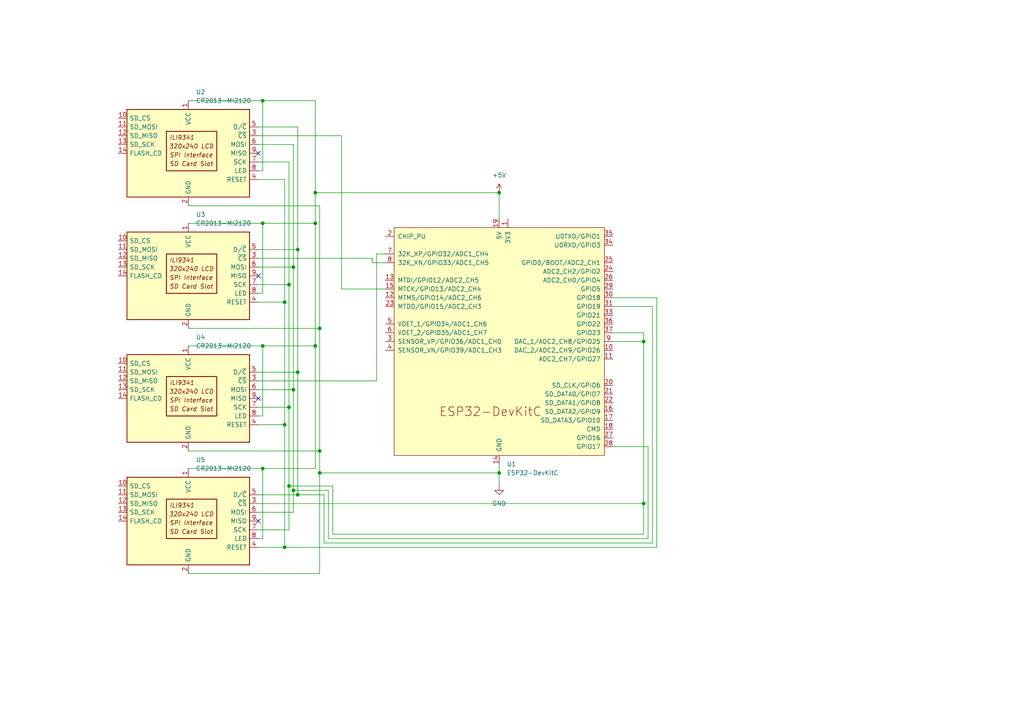
<source format=kicad_sch>
(kicad_sch (version 20231120) (generator "eeschema") (generator_version "8.0")
  (paper "A4")
  (lib_symbols
    (symbol "Driver_Display:CR2013-MI2120" (pin_names (offset 0.762))
      (property "Reference" "U" (at -17.526 13.97 0))
      (property "Value" "CR2013-MI2120" (at 1.905 13.97 0))
      (symbol "CR2013-MI2120_0_0"
        (text "320x240 LCD" (at 0.889 2.032 0) (effects (font (size 1.27 1.27) (italic yes))))
        (text "ILI9341" (at -5.461 4.572 0) (effects (font (size 1.27 1.27) (italic yes)) (justify left)))
        (text "SD Card Slot" (at -5.461 -3.048 0) (effects (font (size 1.27 1.27) (italic yes)) (justify left)))
        (text "SPI Interface" (at -5.461 -0.508 0) (effects (font (size 1.27 1.27) (italic yes)) (justify left)))
      )
      (symbol "CR2013-MI2120_0_1"
        (rectangle (start -17.78 12.7) (end 17.78 -12.7) (stroke (width 0.254)) (fill (type background)))
        (rectangle (start -6.35 6.35) (end 8.255 -5.08) (stroke (width 0.254)))
      )
      (symbol "CR2013-MI2120_1_1"
        (pin power_in line (at 0 15.24 270) (length 2.54) (name "VCC") (number "1"))
        (pin input line (at -20.32 10.16 0) (length 2.54) (name "SD_CS") (number "10"))
        (pin input line (at -20.32 7.62 0) (length 2.54) (name "SD_MOSI") (number "11"))
        (pin output line (at -20.32 5.08 0) (length 2.54) (name "SD_MISO") (number "12"))
        (pin input line (at -20.32 2.54 0) (length 2.54) (name "SD_SCK") (number "13"))
        (pin input line (at -20.32 0 0) (length 2.54) (name "FLASH_CD") (number "14"))
        (pin power_in line (at 0 -15.24 90) (length 2.54) (name "GND") (number "2"))
        (pin input line (at 20.32 5.08 180) (length 2.54) (name "~{CS}") (number "3"))
        (pin input line (at 20.32 -7.62 180) (length 2.54) (name "RESET") (number "4"))
        (pin input line (at 20.32 7.62 180) (length 2.54) (name "D/~{C}") (number "5"))
        (pin input line (at 20.32 2.54 180) (length 2.54) (name "MOSI") (number "6"))
        (pin input line (at 20.32 -2.54 180) (length 2.54) (name "SCK") (number "7"))
        (pin input line (at 20.32 -5.08 180) (length 2.54) (name "LED") (number "8"))
        (pin output line (at 20.32 0 180) (length 2.54) (name "MISO") (number "9"))
      )
    )
    (symbol "PCM_Espressif:ESP32-DevKitC" (pin_names (offset 1.016))
      (property "Reference" "U" (at -30.48 38.1 0))
      (property "Value" "ESP32-DevKitC" (at -30.48 35.56 0))
      (symbol "ESP32-DevKitC_0_0"
        (text "ESP32-DevKitC" (at -2.54 -20.32 0) (effects (font (size 2.54 2.54))))
        (pin power_in line (at 0 -35.56 90) (length 2.54) (name "GND") (number "14"))
        (pin power_in line (at 0 35.56 270) (length 2.54) (name "5V") (number "19"))
      )
      (symbol "ESP32-DevKitC_0_1"
        (rectangle (start -30.48 33.02) (end 30.48 -33.02) (fill (type background)))
      )
      (symbol "ESP32-DevKitC_1_1"
        (pin power_in line (at 2.54 35.56 270) (length 2.54) (name "3V3") (number "1"))
        (pin bidirectional line (at 33.02 -2.54 180) (length 2.54) (name "DAC_2/ADC2_CH9/GPIO26") (number "10"))
        (pin bidirectional line (at 33.02 -5.08 180) (length 2.54) (name "ADC2_CH7/GPIO27") (number "11"))
        (pin bidirectional line (at -33.02 12.7 0) (length 2.54) (name "MTMS/GPIO14/ADC2_CH6") (number "12"))
        (pin bidirectional line (at -33.02 17.78 0) (length 2.54) (name "MTDI/GPIO12/ADC2_CH5") (number "13"))
        (pin bidirectional line (at -33.02 15.24 0) (length 2.54) (name "MTCK/GPIO13/ADC2_CH4") (number "15"))
        (pin bidirectional line (at 33.02 -20.32 180) (length 2.54) (name "SD_DATA2/GPIO9") (number "16"))
        (pin bidirectional line (at 33.02 -22.86 180) (length 2.54) (name "SD_DATA3/GPIO10") (number "17"))
        (pin bidirectional line (at 33.02 -25.4 180) (length 2.54) (name "CMD") (number "18"))
        (pin input line (at -33.02 30.48 0) (length 2.54) (name "CHIP_PU") (number "2"))
        (pin bidirectional line (at 33.02 -12.7 180) (length 2.54) (name "SD_CLK/GPIO6") (number "20"))
        (pin bidirectional line (at 33.02 -15.24 180) (length 2.54) (name "SD_DATA0/GPIO7") (number "21"))
        (pin bidirectional line (at 33.02 -17.78 180) (length 2.54) (name "SD_DATA1/GPIO8") (number "22"))
        (pin bidirectional line (at -33.02 10.16 0) (length 2.54) (name "MTDO/GPIO15/ADC2_CH3") (number "23"))
        (pin bidirectional line (at 33.02 20.32 180) (length 2.54) (name "ADC2_CH2/GPIO2") (number "24"))
        (pin bidirectional line (at 33.02 22.86 180) (length 2.54) (name "GPIO0/BOOT/ADC2_CH1") (number "25"))
        (pin bidirectional line (at 33.02 17.78 180) (length 2.54) (name "ADC2_CH0/GPIO4") (number "26"))
        (pin bidirectional line (at 33.02 -27.94 180) (length 2.54) (name "GPIO16") (number "27"))
        (pin bidirectional line (at 33.02 -30.48 180) (length 2.54) (name "GPIO17") (number "28"))
        (pin bidirectional line (at 33.02 15.24 180) (length 2.54) (name "GPIO5") (number "29"))
        (pin input line (at -33.02 0 0) (length 2.54) (name "SENSOR_VP/GPIO36/ADC1_CH0") (number "3"))
        (pin bidirectional line (at 33.02 12.7 180) (length 2.54) (name "GPIO18") (number "30"))
        (pin bidirectional line (at 33.02 10.16 180) (length 2.54) (name "GPIO19") (number "31"))
        (pin passive line (at 0 -35.56 90) (length 2.54) hide (name "GND") (number "32"))
        (pin bidirectional line (at 33.02 7.62 180) (length 2.54) (name "GPIO21") (number "33"))
        (pin bidirectional line (at 33.02 27.94 180) (length 2.54) (name "U0RXD/GPIO3") (number "34"))
        (pin bidirectional line (at 33.02 30.48 180) (length 2.54) (name "U0TXD/GPIO1") (number "35"))
        (pin bidirectional line (at 33.02 5.08 180) (length 2.54) (name "GPIO22") (number "36"))
        (pin bidirectional line (at 33.02 2.54 180) (length 2.54) (name "GPIO23") (number "37"))
        (pin passive line (at 0 -35.56 90) (length 2.54) hide (name "GND") (number "38"))
        (pin input line (at -33.02 -2.54 0) (length 2.54) (name "SENSOR_VN/GPIO39/ADC1_CH3") (number "4"))
        (pin input line (at -33.02 5.08 0) (length 2.54) (name "VDET_1/GPIO34/ADC1_CH6") (number "5"))
        (pin input line (at -33.02 2.54 0) (length 2.54) (name "VDET_2/GPIO35/ADC1_CH7") (number "6"))
        (pin bidirectional line (at -33.02 25.4 0) (length 2.54) (name "32K_XP/GPIO32/ADC1_CH4") (number "7"))
        (pin bidirectional line (at -33.02 22.86 0) (length 2.54) (name "32K_XN/GPIO33/ADC1_CH5") (number "8"))
        (pin bidirectional line (at 33.02 0 180) (length 2.54) (name "DAC_1/ADC2_CH8/GPIO25") (number "9"))
      )
    )
    (symbol "power:+5V" (power) (pin_numbers hide) (pin_names (offset 0) hide)
      (property "Value" "+5V" (at 0 3.556 0))
      (symbol "+5V_0_1"
        (polyline (pts (xy -0.762 1.27) (xy 0 2.54)))
        (polyline (pts (xy 0 0) (xy 0 2.54)))
        (polyline (pts (xy 0 2.54) (xy 0.762 1.27)))
      )
      (symbol "+5V_1_1"
        (pin power_in line (at 0 0 90) (length 0) (name "~") (number "1"))
      )
    )
    (symbol "power:GND" (power) (pin_numbers hide) (pin_names (offset 0) hide)
      (property "Value" "GND" (at 0 -3.81 0))
      (symbol "GND_0_1"
        (polyline (pts (xy 0 0) (xy 0 -1.27) (xy 1.27 -1.27) (xy 0 -2.54) (xy -1.27 -1.27) (xy 0 -1.27)))
      )
      (symbol "GND_1_1"
        (pin power_in line (at 0 0 270) (length 0) (name "~") (number "1"))
      )
    )
  )
  (junction (at 144.78 137.16))
  (junction (at 85.09 77.47))
  (junction (at 76.2 135.89))
  (junction (at 82.55 87.63))
  (junction (at 92.71 137.16))
  (junction (at 144.78 55.88))
  (junction (at 83.82 118.11))
  (junction (at 83.82 140.97))
  (junction (at 186.69 146.05))
  (junction (at 85.09 142.24))
  (junction (at 86.36 143.51))
  (junction (at 82.55 158.75))
  (junction (at 83.82 82.55))
  (junction (at 91.44 64.77))
  (junction (at 91.44 100.33))
  (junction (at 85.09 113.03))
  (junction (at 82.55 123.19))
  (junction (at 76.2 29.21))
  (junction (at 91.44 55.88))
  (junction (at 92.71 130.81))
  (junction (at 76.2 64.77))
  (junction (at 86.36 107.95))
  (junction (at 86.36 72.39))
  (junction (at 92.71 95.25))
  (junction (at 186.69 99.06))
  (junction (at 76.2 100.33))
  (no_connect (at 74.93 115.57))
  (no_connect (at 74.93 80.01))
  (no_connect (at 74.93 44.45))
  (no_connect (at 74.93 151.13))
  (wire (pts (xy 74.93 52.07) (xy 82.55 52.07)))
  (wire (pts (xy 76.2 85.09) (xy 76.2 64.77)))
  (wire (pts (xy 74.93 39.37) (xy 99.06 39.37)))
  (wire (pts (xy 93.98 157.48) (xy 93.98 143.51)))
  (wire (pts (xy 85.09 41.91) (xy 85.09 77.47)))
  (wire (pts (xy 83.82 118.11) (xy 83.82 82.55)))
  (wire (pts (xy 54.61 100.33) (xy 76.2 100.33)))
  (wire (pts (xy 74.93 123.19) (xy 82.55 123.19)))
  (wire (pts (xy 76.2 64.77) (xy 91.44 64.77)))
  (wire (pts (xy 186.69 154.94) (xy 96.52 154.94)))
  (wire (pts (xy 93.98 143.51) (xy 86.36 143.51)))
  (wire (pts (xy 95.25 156.21) (xy 95.25 142.24)))
  (wire (pts (xy 83.82 140.97) (xy 83.82 153.67)))
  (wire (pts (xy 74.93 74.93) (xy 107.95 74.93)))
  (wire (pts (xy 86.36 143.51) (xy 74.93 143.51)))
  (wire (pts (xy 76.2 135.89) (xy 76.2 156.21)))
  (wire (pts (xy 83.82 153.67) (xy 74.93 153.67)))
  (wire (pts (xy 83.82 82.55) (xy 83.82 46.99)))
  (wire (pts (xy 189.23 157.48) (xy 93.98 157.48)))
  (wire (pts (xy 74.93 72.39) (xy 86.36 72.39)))
  (wire (pts (xy 74.93 120.65) (xy 76.2 120.65)))
  (wire (pts (xy 107.95 76.2) (xy 111.76 76.2)))
  (wire (pts (xy 109.22 73.66) (xy 111.76 73.66)))
  (wire (pts (xy 74.93 156.21) (xy 76.2 156.21)))
  (wire (pts (xy 109.22 110.49) (xy 109.22 73.66)))
  (wire (pts (xy 86.36 72.39) (xy 86.36 107.95)))
  (wire (pts (xy 190.5 86.36) (xy 190.5 158.75)))
  (wire (pts (xy 74.93 41.91) (xy 85.09 41.91)))
  (wire (pts (xy 54.61 64.77) (xy 76.2 64.77)))
  (wire (pts (xy 85.09 142.24) (xy 85.09 148.59)))
  (wire (pts (xy 144.78 55.88) (xy 144.78 63.5)))
  (wire (pts (xy 54.61 59.69) (xy 92.71 59.69)))
  (wire (pts (xy 189.23 88.9) (xy 189.23 157.48)))
  (wire (pts (xy 76.2 120.65) (xy 76.2 100.33)))
  (wire (pts (xy 96.52 154.94) (xy 96.52 140.97)))
  (wire (pts (xy 74.93 36.83) (xy 86.36 36.83)))
  (wire (pts (xy 83.82 118.11) (xy 83.82 140.97)))
  (wire (pts (xy 54.61 29.21) (xy 76.2 29.21)))
  (wire (pts (xy 92.71 95.25) (xy 92.71 130.81)))
  (wire (pts (xy 177.8 86.36) (xy 190.5 86.36)))
  (wire (pts (xy 54.61 95.25) (xy 92.71 95.25)))
  (wire (pts (xy 82.55 158.75) (xy 74.93 158.75)))
  (wire (pts (xy 74.93 87.63) (xy 82.55 87.63)))
  (wire (pts (xy 74.93 82.55) (xy 83.82 82.55)))
  (wire (pts (xy 74.93 146.05) (xy 186.69 146.05)))
  (wire (pts (xy 74.93 110.49) (xy 109.22 110.49)))
  (wire (pts (xy 91.44 100.33) (xy 91.44 135.89)))
  (wire (pts (xy 187.96 129.54) (xy 187.96 156.21)))
  (wire (pts (xy 82.55 87.63) (xy 82.55 123.19)))
  (wire (pts (xy 177.8 129.54) (xy 187.96 129.54)))
  (wire (pts (xy 186.69 96.52) (xy 186.69 99.06)))
  (wire (pts (xy 74.93 113.03) (xy 85.09 113.03)))
  (wire (pts (xy 76.2 29.21) (xy 91.44 29.21)))
  (wire (pts (xy 91.44 29.21) (xy 91.44 55.88)))
  (wire (pts (xy 74.93 118.11) (xy 83.82 118.11)))
  (wire (pts (xy 83.82 46.99) (xy 74.93 46.99)))
  (wire (pts (xy 76.2 100.33) (xy 91.44 100.33)))
  (wire (pts (xy 76.2 49.53) (xy 76.2 29.21)))
  (wire (pts (xy 99.06 83.82) (xy 111.76 83.82)))
  (wire (pts (xy 85.09 77.47) (xy 85.09 113.03)))
  (wire (pts (xy 91.44 135.89) (xy 76.2 135.89)))
  (wire (pts (xy 74.93 85.09) (xy 76.2 85.09)))
  (wire (pts (xy 85.09 113.03) (xy 85.09 142.24)))
  (wire (pts (xy 177.8 99.06) (xy 186.69 99.06)))
  (wire (pts (xy 83.82 140.97) (xy 96.52 140.97)))
  (wire (pts (xy 92.71 59.69) (xy 92.71 95.25)))
  (wire (pts (xy 91.44 55.88) (xy 91.44 64.77)))
  (wire (pts (xy 92.71 137.16) (xy 92.71 166.37)))
  (wire (pts (xy 92.71 130.81) (xy 92.71 137.16)))
  (wire (pts (xy 82.55 123.19) (xy 82.55 158.75)))
  (wire (pts (xy 144.78 134.62) (xy 144.78 137.16)))
  (wire (pts (xy 85.09 142.24) (xy 95.25 142.24)))
  (wire (pts (xy 91.44 64.77) (xy 91.44 100.33)))
  (wire (pts (xy 186.69 146.05) (xy 186.69 154.94)))
  (wire (pts (xy 99.06 39.37) (xy 99.06 83.82)))
  (wire (pts (xy 187.96 156.21) (xy 95.25 156.21)))
  (wire (pts (xy 74.93 49.53) (xy 76.2 49.53)))
  (wire (pts (xy 177.8 96.52) (xy 186.69 96.52)))
  (wire (pts (xy 74.93 77.47) (xy 85.09 77.47)))
  (wire (pts (xy 85.09 148.59) (xy 74.93 148.59)))
  (wire (pts (xy 190.5 158.75) (xy 82.55 158.75)))
  (wire (pts (xy 92.71 166.37) (xy 54.61 166.37)))
  (wire (pts (xy 54.61 130.81) (xy 92.71 130.81)))
  (wire (pts (xy 82.55 52.07) (xy 82.55 87.63)))
  (wire (pts (xy 74.93 107.95) (xy 86.36 107.95)))
  (wire (pts (xy 92.71 137.16) (xy 144.78 137.16)))
  (wire (pts (xy 144.78 137.16) (xy 144.78 140.97)))
  (wire (pts (xy 107.95 74.93) (xy 107.95 76.2)))
  (wire (pts (xy 86.36 107.95) (xy 86.36 143.51)))
  (wire (pts (xy 76.2 135.89) (xy 54.61 135.89)))
  (wire (pts (xy 86.36 36.83) (xy 86.36 72.39)))
  (wire (pts (xy 177.8 88.9) (xy 189.23 88.9)))
  (wire (pts (xy 91.44 55.88) (xy 144.78 55.88)))
  (wire (pts (xy 186.69 99.06) (xy 186.69 146.05)))
  (symbol (lib_id "Driver_Display:CR2013-MI2120") (at 54.61 151.13 0) (unit 1)
    (property "Reference" "U5" (at 56.8041 133.35 0) (effects (justify left)))
    (property "Value" "CR2013-MI2120" (at 56.8041 135.89 0) (effects (justify left)))
    (property "Footprint" "Display:CR2013-MI2120" (effects (hide yes)))
    (property "Datasheet" "http://pan.baidu.com/s/11Y990" (effects (hide yes)))
    (property "Description" "ILI9341 controller, SPI TFT LCD Display, 9-pin breakout PCB, 4-pin SD card interface, 5V/3.3V" (effects (hide yes)))
  )
  (symbol (lib_id "Driver_Display:CR2013-MI2120") (at 54.61 80.01 0) (unit 1)
    (property "Reference" "U3" (at 56.8041 62.23 0) (effects (justify left)))
    (property "Value" "CR2013-MI2120" (at 56.8041 64.77 0) (effects (justify left)))
    (property "Footprint" "Display:CR2013-MI2120" (effects (hide yes)))
    (property "Datasheet" "http://pan.baidu.com/s/11Y990" (effects (hide yes)))
    (property "Description" "ILI9341 controller, SPI TFT LCD Display, 9-pin breakout PCB, 4-pin SD card interface, 5V/3.3V" (effects (hide yes)))
  )
  (symbol (lib_id "PCM_Espressif:ESP32-DevKitC") (at 144.78 99.06 0) (unit 1)
    (property "Reference" "U1" (at 146.9741 134.62 0) (effects (justify left)))
    (property "Value" "ESP32-DevKitC" (at 146.9741 137.16 0) (effects (justify left)))
    (property "Footprint" "PCM_Espressif:ESP32-DevKitC" (effects (hide yes)))
    (property "Datasheet" "https://docs.espressif.com/projects/esp-idf/zh_CN/latest/esp32/hw-reference/esp32/get-started-devkitc.html" (effects (hide yes)))
    (property "Description" "Development Kit" (effects (hide yes)))
  )
  (symbol (lib_id "power:GND") (at 144.78 140.97 0) (unit 1)
    (property "Reference" "#PWR02" (effects (hide yes)))
    (property "Value" "GND" (at 144.78 146.05 0))
    (property "Description" "Power symbol creates a global label with name \"GND\" , ground" (effects (hide yes)))
  )
  (symbol (lib_id "power:+5V") (at 144.78 55.88 0) (unit 1)
    (property "Reference" "#PWR01" (effects (hide yes)))
    (property "Value" "+5V" (at 144.78 50.8 0))
    (property "Description" "Power symbol creates a global label with name \"+5V\"" (effects (hide yes)))
  )
  (symbol (lib_id "Driver_Display:CR2013-MI2120") (at 54.61 115.57 0) (unit 1)
    (property "Reference" "U4" (at 56.8041 97.79 0) (effects (justify left)))
    (property "Value" "CR2013-MI2120" (at 56.8041 100.33 0) (effects (justify left)))
    (property "Footprint" "Display:CR2013-MI2120" (effects (hide yes)))
    (property "Datasheet" "http://pan.baidu.com/s/11Y990" (effects (hide yes)))
    (property "Description" "ILI9341 controller, SPI TFT LCD Display, 9-pin breakout PCB, 4-pin SD card interface, 5V/3.3V" (effects (hide yes)))
  )
  (symbol (lib_id "Driver_Display:CR2013-MI2120") (at 54.61 44.45 0) (unit 1)
    (property "Reference" "U2" (at 56.8041 26.67 0) (effects (justify left)))
    (property "Value" "CR2013-MI2120" (at 56.8041 29.21 0) (effects (justify left)))
    (property "Footprint" "Display:CR2013-MI2120" (effects (hide yes)))
    (property "Datasheet" "http://pan.baidu.com/s/11Y990" (effects (hide yes)))
    (property "Description" "ILI9341 controller, SPI TFT LCD Display, 9-pin breakout PCB, 4-pin SD card interface, 5V/3.3V" (effects (hide yes)))
  )
)
</source>
